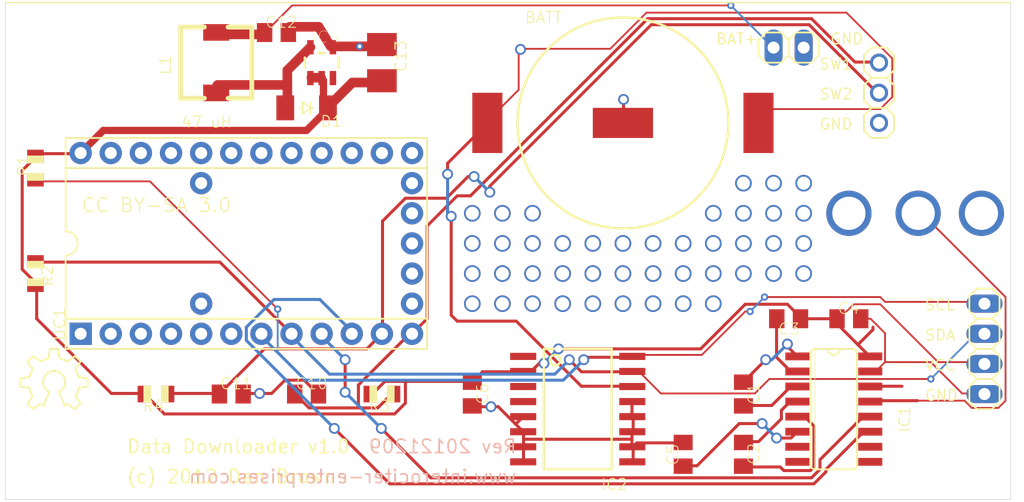
<source format=kicad_pcb>
(kicad_pcb (version 20211014) (generator pcbnew)
  (layers (0 "F.Cu" signal) (31 "B.Cu" signal) (34 "B.Paste" user) (35 "F.Paste" user) (36 "B.SilkS" user "B.Silkscreen") (37 "F.SilkS" user "F.Silkscreen") (38 "B.Mask" user) (39 "F.Mask" user) (44 "Edge.Cuts" user))
  (net 0 "")
  (net 1 "VCC")
  (net 2 "GND")
  (net 3 "N$3")
  (net 4 "N$4")
  (net 5 "N$5")
  (net 6 "N$6")
  (net 7 "N$7")
  (net 8 "N$9")
  (net 9 "N$10")
  (net 10 "N$11")
  (net 11 "N$12")
  (net 12 "N$8")
  (net 13 "BAT+")
  (net 14 "N$16")
  (net 15 "SW1")
  (net 16 "SW2")
  (net 17 "SCL")
  (net 18 "SDA")
  (net 19 "N$1")
  (net 20 "N$2")
  (net 21 "N$14")
  (net 22 "N$17")
  (net 23 "N$18")
  (net 24 "N$19")
  (net 25 "N$20")
  (net 26 "N$21")
  (net 27 "N$22")
  (net 28 "N$23")
  (net 29 "N$24")
  (net 30 "N$25")
  (net 31 "N$26")
  (net 32 "N$27")
  (net 33 "N$28")
  (net 34 "N$29")
  (net 35 "N$30")
  (net 36 "N$31")
  (net 37 "N$32")
  (net 38 "N$35")
  (net 39 "N$36")
  (net 40 "N$37")
  (net 41 "N$38")
  (net 42 "N$39")
  (net 43 "N$40")
  (net 44 "N$41")
  (net 45 "N$42")
  (net 46 "N$43")
  (net 47 "N$44")
  (net 48 "N$45")
  (net 49 "N$46")
  (net 50 "N$47")
  (net 51 "N$48")
  (net 52 "N$49")
  (net 53 "N$50")
  (net 54 "N$51")
  (net 55 "N$67")
  (net 56 "N$68")
  (net 57 "N$69")
  (net 58 "N$70")
  (net 59 "N$33")
  (net 60 "N$34")
  (net 61 "N$64")
  (net 62 "N$71")
  (footprint "UBGDownloader:R0805" (layer "F.Cu") (at 137.8711 117.0636 180)
    (fp_text reference "R3")
    (fp_text value "10k")
  )
  (footprint "UBGDownloader:C0805K" (layer "F.Cu") (at 172.1611 110.7136 180)
    (fp_text reference "C3")
    (fp_text value "1 uF")
  )
  (footprint "UBGDownloader:C0805K" (layer "F.Cu") (at 131.5211 117.0636)
    (fp_text reference "C10")
    (fp_text value "10 uF")
  )
  (footprint "UBGDownloader:SOD-123_MINI-SMA" (layer "F.Cu") (at 131.5211 92.9336 180)
    (fp_text reference "D1")
    (fp_text value "MBR0520LT1G")
  )
  (footprint "UBGDownloader:SO-16" (layer "F.Cu") (at 154.3811 118.3336 -90)
    (fp_text reference "IC2")
    (fp_text value "DS3231")
  )
  (footprint "UBGDownloader:C0805K" (layer "F.Cu") (at 128.9811 86.5836)
    (fp_text reference "C12")
    (fp_text value "10 uF")
  )
  (footprint "UBGDownloader:CDRH5D28R" (layer "F.Cu") (at 123.9011 89.1236)
    (fp_text reference "L1")
    (fp_text value "47 uH")
  )
  (footprint "UBGDownloader:1X04" (layer "F.Cu") (at 188.6711 113.2536 90)
    (fp_text reference "JP7" hide)
    (fp_text value "")
  )
  (footprint "UBGDownloader:1X02" (layer "F.Cu") (at 172.1611 87.8536)
    (fp_text reference "JP8" hide)
    (fp_text value "")
  )
  (footprint "UBGDownloader:R0805" (layer "F.Cu") (at 118.8211 117.0636 180)
    (fp_text reference "R4")
    (fp_text value "10k")
  )
  (footprint "UBGDownloader:R0805" (layer "F.Cu") (at 108.6611 98.0136 90)
    (fp_text reference "R1")
    (fp_text value "3.3k")
  )
  (footprint "UBGDownloader:STAND-OFF" (layer "F.Cu") (at 185.9611 90.5336)
    (fp_text reference "JP5" hide)
    (fp_text value "STAND-OFF" hide)
  )
  (footprint "UBGDownloader:BAT-HLD-001" (layer "F.Cu") (at 158.1911 94.2036 180)
    (fp_text reference "BATT")
    (fp_text value "BAT-HLD-001" hide)
  )
  (footprint "UBGDownloader:C0805K" (layer "F.Cu") (at 125.1711 117.0636)
    (fp_text reference "C11")
    (fp_text value "10 uF")
  )
  (footprint "UBGDownloader:C0805K" (layer "F.Cu") (at 145.4911 117.0636 -90)
    (fp_text reference "C6")
    (fp_text value "1 uF")
  )
  (footprint "UBGDownloader:OSHW_6X200_NOTEXT" (layer "F.Cu") (at 107.3911 118.3336)
    (fp_text reference "U$2" hide)
    (fp_text value "" hide)
  )
  (footprint "UBGDownloader:C0805K" (layer "F.Cu") (at 177.2411 110.7136)
    (fp_text reference "C4")
    (fp_text value "1 uF")
  )
  (footprint "UBGDownloader:C0805K" (layer "F.Cu") (at 163.2711 122.1436 90)
    (fp_text reference "C5")
    (fp_text value "1 uF")
  )
  (footprint "UBGDownloader:C0805K" (layer "F.Cu") (at 168.3511 117.0636 -90)
    (fp_text reference "C1")
    (fp_text value "1 uF")
  )
  (footprint "UBGDownloader:STAND-OFF" (layer "F.Cu") (at 111.0311 121.2836)
    (fp_text reference "JP3" hide)
    (fp_text value "STAND-OFF" hide)
  )
  (footprint "UBGDownloader:B_3528-21R" (layer "F.Cu") (at 137.8711 89.1236 -90)
    (fp_text reference "C13")
    (fp_text value "68 uF")
  )
  (footprint "UBGDownloader:R0805" (layer "F.Cu") (at 108.6611 106.9036 -90)
    (fp_text reference "R2")
    (fp_text value "3.3k")
  )
  (footprint "UBGDownloader:C0805K" (layer "F.Cu") (at 168.3511 122.1436 -90)
    (fp_text reference "C2")
    (fp_text value "1 uF")
  )
  (footprint "UBGDownloader:TEENSY" (layer "F.Cu") (at 126.4411 104.3636)
    (fp_text reference "UC1")
    (fp_text value "TEENSY")
  )
  (footprint "UBGDownloader:SOT23-5" (layer "F.Cu") (at 132.7911 89.1236)
    (fp_text reference "IC4")
    (fp_text value "")
  )
  (footprint "UBGDownloader:STAND-OFF" (layer "F.Cu") (at 185.9611 121.2836)
    (fp_text reference "JP4" hide)
    (fp_text value "STAND-OFF" hide)
  )
  (footprint "UBGDownloader:1X03" (layer "F.Cu") (at 179.7811 91.6636 -90)
    (fp_text reference "JP2" hide)
    (fp_text value "")
  )
  (footprint "UBGDownloader:SO16" (layer "F.Cu") (at 175.9711 118.3336 -90)
    (fp_text reference "IC1")
    (fp_text value "MAX3232CSE")
  )
  (footprint "UBGDownloader:STAND-OFF" (layer "F.Cu") (at 111.0311 90.5336)
    (fp_text reference "JP6" hide)
    (fp_text value "STAND-OFF" hide)
  )
  (footprint "UBGDownloader:35RAPC2AV" (layer "B.Cu") (at 189.9411 105.6336 180)
    (fp_text reference "U$3" hide)
    (fp_text value "35RAPC2AVDEFAULT" hide)
  )
  (gr_line (start 190.8811 84.0536) (end 106.1211 84.0536) (layer "F.SilkS") (width 0.12))
  (gr_line (start 106.1211 84.0536) (end 106.1211 125.9536) (layer "Edge.Cuts") (width 0.05))
  (gr_line (start 106.1211 125.9536) (end 190.8811 125.9536) (layer "Edge.Cuts") (width 0.05))
  (gr_line (start 190.8811 125.9536) (end 190.8811 84.0536) (layer "Edge.Cuts") (width 0.05))
  (gr_text "www.interociter-enterprises.com" (at 149.3011 124.6836) (layer "B.SilkS") (effects (font (size 1.1303 1.1303) (thickness 0.1397)) (justify left bottom mirror)))
  (gr_text "Rev 20121209" (at 149.3011 122.1436) (layer "B.SilkS") (effects (font (size 1.1303 1.1303) (thickness 0.1397)) (justify left bottom mirror)))
  (gr_text "BAT+" (at 169.6211 86.5836) (layer "F.SilkS") (effects (font (size 0.90424 0.90424) (thickness 0.11176)) (justify right top)))
  (gr_text "VCC" (at 183.5911 115.1586) (layer "F.SilkS") (effects (font (size 0.90424 0.90424) (thickness 0.11176)) (justify left bottom)))
  (gr_text "GND" (at 183.5911 117.6986) (layer "F.SilkS") (effects (font (size 0.90424 0.90424) (thickness 0.11176)) (justify left bottom)))
  (gr_text "SDA" (at 183.5911 112.6186) (layer "F.SilkS") (effects (font (size 0.90424 0.90424) (thickness 0.11176)) (justify left bottom)))
  (gr_text "SCL" (at 183.5911 110.0786) (layer "F.SilkS") (effects (font (size 0.90424 0.90424) (thickness 0.11176)) (justify left bottom)))
  (gr_text "Data Downloader v1.0" (at 116.2811 122.1436) (layer "F.SilkS") (effects (font (size 1.1303 1.1303) (thickness 0.1397)) (justify left bottom)))
  (gr_text "SW1" (at 174.7011 89.7586) (layer "F.SilkS") (effects (font (size 0.90424 0.90424) (thickness 0.11176)) (justify left bottom)))
  (gr_text "GND" (at 174.7011 94.8386) (layer "F.SilkS") (effects (font (size 0.90424 0.90424) (thickness 0.11176)) (justify left bottom)))
  (gr_text "SW2" (at 174.7011 92.2986) (layer "F.SilkS") (effects (font (size 0.90424 0.90424) (thickness 0.11176)) (justify left bottom)))
  (gr_text "(c) 2012 Dan Brown" (at 116.2811 124.6836) (layer "F.SilkS") (effects (font (size 1.1303 1.1303) (thickness 0.1397)) (justify left bottom)))
  (gr_text "GND" (at 178.5111 86.5836) (layer "F.SilkS") (effects (font (size 0.90424 0.90424) (thickness 0.11176)) (justify right top)))
  (segment (start 139.8523 117.8256) (end 139.8523 115.9968) (width 0.254) (layer "F.Cu") (net 1))
  (segment (start 135.3819 90.8) (end 137.8203 90.8) (width 0.8128) (layer "F.Cu") (net 1))
  (segment (start 149.8091 115.0824) (end 150.5203 115.0824) (width 0.254) (layer "F.Cu") (net 1))
  (segment (start 107.5435 106.548) (end 108.6611 107.6656) (width 0.254) (layer "F.Cu") (net 1))
  (segment (start 133.3211 92.8608) (end 133.6547 92.5272) (width 0.6096) (layer "F.Cu") (net 1))
  (segment (start 137.8203 90.8) (end 137.8711 90.6486) (width 0.1524) (layer "F.Cu") (net 1))
  (segment (start 176.2411 110.7136) (end 173.1611 110.7136) (width 0.254) (layer "F.Cu") (net 1))
  (segment (start 149.8091 115.0824) (end 149.7811 115.1586) (width 0.254) (layer "F.Cu") (net 1))
  (segment (start 108.6611 97.0992) (end 108.6611 97.0136) (width 0.254) (layer "F.Cu") (net 1))
  (segment (start 188.6203 114.3712) (end 188.6711 114.5236) (width 0.1524) (layer "F.Cu") (net 1))
  (segment (start 117.9067 117.1144) (end 117.8211 117.0636) (width 0.254) (layer "F.Cu") (net 1))
  (segment (start 179.8827 109.4944) (end 184.7595 114.3712) (width 0.1524) (layer "F.Cu") (net 1))
  (segment (start 133.1467 92.832) (end 133.3499 92.832) (width 0.6096) (layer "F.Cu") (net 1))
  (segment (start 173.1771 110.612) (end 173.1611 110.7136) (width 0.254) (layer "F.Cu") (net 1))
  (segment (start 108.6611 97.0992) (end 107.5435 98.2168) (width 0.254) (layer "F.Cu") (net 1))
  (segment (start 177.6475 109.4944) (end 179.8827 109.4944) (width 0.1524) (layer "F.Cu") (net 1))
  (segment (start 145.4403 115.9968) (end 139.8523 115.9968) (width 0.254) (layer "F.Cu") (net 1))
  (segment (start 168.5035 109.4944) (end 172.0595 109.4944) (width 0.254) (layer "F.Cu") (net 1))
  (segment (start 179.2731 111.628) (end 179.2731 111.4248) (width 0.254) (layer "F.Cu") (net 1))
  (segment (start 108.7627 110.7136) (end 115.0619 117.0128) (width 0.254) (layer "F.Cu") (net 1))
  (segment (start 108.7627 107.9704) (end 108.7627 110.7136) (width 0.254) (layer "F.Cu") (net 1))
  (segment (start 112.4203 96.7944) (end 112.4711 96.7436) (width 0.254) (layer "F.Cu") (net 1))
  (segment (start 178.0031 112.898) (end 178.9683 113.8632) (width 0.254) (layer "F.Cu") (net 1))
  (segment (start 139.8523 115.9968) (end 138.1251 115.9968) (width 0.254) (layer "F.Cu") (net 1))
  (segment (start 112.6235 96.6928) (end 112.6235 96.5912) (width 0.6096) (layer "F.Cu") (net 1))
  (segment (start 145.4403 115.9968) (end 145.4911 116.0636) (width 0.254) (layer "F.Cu") (net 1))
  (segment (start 132.9435 92.6288) (end 132.9435 90.5968) (width 0.6096) (layer "F.Cu") (net 1))
  (segment (start 175.9203 110.8152) (end 178.0031 112.898) (width 0.254) (layer "F.Cu") (net 1))
  (segment (start 150.5203 115.0824) (end 151.1299 114.4728) (width 0.254) (layer "F.Cu") (net 1))
  (segment (start 175.9203 110.8152) (end 176.2411 110.7136) (width 0.254) (layer "F.Cu") (net 1))
  (segment (start 145.5419 115.9968) (end 146.3547 115.184) (width 0.254) (layer "F.Cu") (net 1))
  (segment (start 131.9275 90.3936) (end 131.8411 90.4237) (width 0.1524) (layer "F.Cu") (net 1))
  (segment (start 115.0619 117.0128) (end 117.8051 117.0128) (width 0.254) (layer "F.Cu") (net 1))
  (segment (start 117.9067 117.1144) (end 119.5323 118.74) (width 0.254) (layer "F.Cu") (net 1))
  (segment (start 119.5323 118.74) (end 138.9379 118.74) (width 0.254) (layer "F.Cu") (net 1))
  (segment (start 132.9435 90.5968) (end 132.7911 90.4237) (width 0.1524) (layer "F.Cu") (net 1))
  (segment (start 138.9379 118.74) (end 139.8523 117.8256) (width 0.254) (layer "F.Cu") (net 1))
  (segment (start 117.8051 117.0128) (end 117.8211 117.0636) (width 0.254) (layer "F.Cu") (net 1))
  (segment (start 164.7443 113.2536) (end 168.5035 109.4944) (width 0.254) (layer "F.Cu") (net 1))
  (segment (start 178.9683 113.8632) (end 179.0445 113.8886) (width 0.254) (layer "F.Cu") (net 1))
  (segment (start 108.6611 107.6656) (end 108.6611 107.9036) (width 0.254) (layer "F.Cu") (net 1))
  (segment (start 145.5419 115.9968) (end 145.4911 116.0636) (width 0.254) (layer "F.Cu") (net 1))
  (segment (start 133.3211 93.5686) (end 133.3211 92.9336) (width 0.6096) (layer "F.Cu") (net 1))
  (segment (start 151.1299 114.4728) (end 151.5363 114.4728) (width 0.254) (layer "F.Cu") (net 1))
  (segment (start 176.4283 110.7136) (end 177.6475 109.4944) (width 0.1524) (layer "F.Cu") (net 1))
  (segment (start 176.4283 110.7136) (end 176.2411 110.7136) (width 0.1524) (layer "F.Cu") (net 1))
  (segment (start 146.3547 115.184) (end 149.7075 115.184) (width 0.254) (layer "F.Cu") (net 1))
  (segment (start 131.5211 94.8386) (end 132.7911 93.5686) (width 0.6096) (layer "F.Cu") (net 1))
  (segment (start 108.7627 96.9976) (end 108.9659 96.7944) (width 0.254) (layer "F.Cu") (net 1))
  (segment (start 132.7403 90.3936) (end 131.9275 90.3936) (width 0.8128) (layer "F.Cu") (net 1))
  (segment (start 137.1091 117.0128) (end 136.9059 117.0128) (width 0.254) (layer "F.Cu") (net 1))
  (segment (start 133.1467 92.832) (end 132.9435 92.6288) (width 0.1524) (layer "F.Cu") (net 1))
  (segment (start 107.5435 98.2168) (end 107.5435 106.548) (width 0.254) (layer "F.Cu") (net 1))
  (segment (start 132.7911 93.5686) (end 133.3211 93.5686) (width 0.6096) (layer "F.Cu") (net 1))
  (segment (start 152.7555 113.2536) (end 164.7443 113.2536) (width 0.254) (layer "F.Cu") (net 1))
  (segment (start 184.7595 114.3712) (end 188.6203 114.3712) (width 0.1524) (layer "F.Cu") (net 1))
  (segment (start 149.7075 115.184) (end 149.7811 115.1586) (width 0.254) (layer "F.Cu") (net 1))
  (segment (start 108.7627 96.9976) (end 108.6611 97.0136) (width 0.254) (layer "F.Cu") (net 1))
  (segment (start 138.1251 115.9968) (end 137.1091 117.0128) (width 0.254) (layer "F.Cu") (net 1))
  (segment (start 132.7403 90.3936) (end 132.7911 90.4237) (width 0.1524) (layer "F.Cu") (net 1))
  (segment (start 172.0595 109.4944) (end 173.1771 110.612) (width 0.254) (layer "F.Cu") (net 1))
  (segment (start 114.3761 94.8386) (end 131.5211 94.8386) (width 0.6096) (layer "F.Cu") (net 1))
  (segment (start 133.3499 92.832) (end 133.6547 92.5272) (width 0.8128) (layer "F.Cu") (net 1))
  (segment (start 133.6547 92.5272) (end 135.3819 90.8) (width 0.8128) (layer "F.Cu") (net 1))
  (segment (start 108.7627 107.9704) (end 108.6611 107.9036) (width 0.254) (layer "F.Cu") (net 1))
  (segment (start 133.3211 92.9336) (end 133.3211 92.8608) (width 0.6096) (layer "F.Cu") (net 1))
  (segment (start 108.9659 96.7944) (end 112.4203 96.7944) (width 0.254) (layer "F.Cu") (net 1))
  (segment (start 136.9059 117.0128) (end 136.8711 117.0636) (width 0.254) (layer "F.Cu") (net 1))
  (segment (start 112.6235 96.5912) (end 114.3761 94.8386) (width 0.6096) (layer "F.Cu") (net 1))
  (segment (start 178.0031 112.898) (end 179.2731 111.628) (width 0.254) (layer "F.Cu") (net 1))
  (segment (start 112.6235 96.6928) (end 112.4711 96.7436) (width 0.1524) (layer "F.Cu") (net 1))
  (via (at 151.5363 114.4728) (size 0.9144) (drill 0.6096) (layers "F.Cu" "B.Cu") (net 1))
  (via (at 152.7555 113.2536) (size 0.9144) (drill 0.6096) (layers "F.Cu" "B.Cu") (net 1))
  (segment (start 151.5363 114.4728) (end 152.7555 113.2536) (width 0.254) (layer "B.Cu") (net 1))
  (segment (start 158.9531 120.3656) (end 158.9811 120.2386) (width 0.254) (layer "F.Cu") (net 2))
  (segment (start 188.6203 117.0128) (end 186.7915 117.0128) (width 0.1524) (layer "F.Cu") (net 2))
  (segment (start 149.1487 119.6036) (end 147.6755 118.1304) (width 0.254) (layer "F.Cu") (net 2))
  (segment (start 149.8091 122.7024) (end 149.7811 122.7786) (width 0.254) (layer "F.Cu") (net 2))
  (segment (start 137.8203 87.752) (end 135.9915 87.752) (width 0.8128) (layer "F.Cu") (net 2))
  (segment (start 149.8091 120.8736) (end 149.8091 121.4832) (width 0.254) (layer "F.Cu") (net 2))
  (segment (start 132.5371 86.101) (end 130.0987 86.101) (width 0.8128) (layer "F.Cu") (net 2))
  (segment (start 133.7563 87.752) (end 133.7411 87.8235) (width 0.1524) (layer "F.Cu") (net 2))
  (segment (start 147.0659 118.1304) (end 145.5419 118.1304) (width 0.254) (layer "F.Cu") (net 2))
  (segment (start 149.8091 121.5848) (end 149.7811 121.5086) (width 0.254) (layer "F.Cu") (net 2))
  (segment (start 159.0547 121.4832) (end 159.3595 121.1784) (width 0.254) (layer "F.Cu") (net 2))
  (segment (start 132.4355 117.0128) (end 132.5211 117.0636) (width 0.254) (layer "F.Cu") (net 2))
  (segment (start 149.1487 119.6036) (end 149.7075 119.0448) (width 0.254) (layer "F.Cu") (net 2))
  (segment (start 127.5587 117.0128) (end 126.2379 117.0128) (width 0.254) (layer "F.Cu") (net 2))
  (segment (start 188.6203 117.0128) (end 188.6711 117.0636) (width 0.1524) (layer "F.Cu") (net 2))
  (segment (start 132.4355 117.0128) (end 131.3179 115.8952) (width 0.254) (layer "F.Cu") (net 2))
  (segment (start 133.5531 87.752) (end 132.5371 86.101) (width 0.8128) (layer "F.Cu") (net 2))
  (segment (start 133.5531 87.752) (end 133.7411 87.8235) (width 0.1524) (layer "F.Cu") (net 2))
  (segment (start 158.9531 121.3816) (end 158.9811 121.5086) (width 0.254) (layer "F.Cu") (net 2))
  (segment (start 159.3595 121.1784) (end 163.2203 121.1784) (width 0.254) (layer "F.Cu") (net 2))
  (segment (start 179.6795 114.9808) (end 180.2891 114.3712) (width 0.1524) (layer "F.Cu") (net 2))
  (segment (start 158.9531 118.8416) (end 158.9531 117.724) (width 0.254) (layer "F.Cu") (net 2))
  (segment (start 158.2419 94.1528) (end 158.1911 94.2036) (width 0.254) (layer "F.Cu") (net 2))
  (segment (start 147.6755 118.1304) (end 147.0659 118.1304) (width 0.254) (layer "F.Cu") (net 2))
  (segment (start 179.0699 114.9808) (end 179.0445 115.1586) (width 0.1524) (layer "F.Cu") (net 2))
  (segment (start 159.0547 121.5848) (end 159.0547 122.7024) (width 0.254) (layer "F.Cu") (net 2))
  (segment (start 179.0699 114.9808) (end 179.6795 114.9808) (width 0.1524) (layer "F.Cu") (net 2))
  (segment (start 149.8091 120.3656) (end 149.7811 120.2386) (width 0.254) (layer "F.Cu") (net 2))
  (segment (start 186.7915 117.0128) (end 184.1499 114.3712) (width 0.1524) (layer "F.Cu") (net 2))
  (segment (start 158.9531 120.8736) (end 158.9531 120.3656) (width 0.254) (layer "F.Cu") (net 2))
  (segment (start 158.9531 121.3816) (end 158.9531 120.8736) (width 0.254) (layer "F.Cu") (net 2))
  (segment (start 129.6923 115.8952) (end 128.5747 117.0128) (width 0.254) (layer "F.Cu") (net 2))
  (segment (start 149.8091 121.4832) (end 149.7811 121.5086) (width 0.254) (layer "F.Cu") (net 2))
  (segment (start 137.8203 87.752) (end 137.8711 87.5986) (width 0.1524) (layer "F.Cu") (net 2))
  (segment (start 149.8091 120.3656) (end 149.8091 120.8736) (width 0.254) (layer "F.Cu") (net 2))
  (segment (start 159.0547 119.0448) (end 159.0547 120.1624) (width 0.254) (layer "F.Cu") (net 2))
  (segment (start 149.7075 119.0448) (end 149.7811 118.9686) (width 0.254) (layer "F.Cu") (net 2))
  (segment (start 149.7075 120.1624) (end 149.1487 119.6036) (width 0.254) (layer "F.Cu") (net 2))
  (segment (start 179.0699 110.7136) (end 178.2411 110.7136) (width 0.1524) (layer "F.Cu") (net 2))
  (segment (start 145.5419 118.1304) (end 145.4911 118.0636) (width 0.254) (layer "F.Cu") (net 2))
  (segment (start 149.7075 120.1624) (end 149.7811 120.2386) (width 0.254) (layer "F.Cu") (net 2))
  (segment (start 130.0987 86.101) (end 129.9811 86.5836) (width 0.1524) (layer "F.Cu") (net 2))
  (segment (start 158.9531 118.8416) (end 158.9811 118.9686) (width 0.254) (layer "F.Cu") (net 2))
  (segment (start 184.1499 114.3712) (end 180.2891 114.3712) (width 0.1524) (layer "F.Cu") (net 2))
  (segment (start 163.2203 121.1784) (end 163.2711 121.1436) (width 0.254) (layer "F.Cu") (net 2))
  (segment (start 128.5747 117.0128) (end 127.5587 117.0128) (width 0.254) (layer "F.Cu") (net 2))
  (segment (start 180.2891 111.9328) (end 179.0699 110.7136) (width 0.1524) (layer "F.Cu") (net 2))
  (segment (start 159.0547 120.1624) (end 158.9811 120.2386) (width 0.254) (layer "F.Cu") (net 2))
  (segment (start 135.9915 87.752) (end 133.7563 87.752) (width 0.8128) (layer "F.Cu") (net 2))
  (segment (start 158.9531 117.724) (end 158.9811 117.6986) (width 0.254) (layer "F.Cu") (net 2))
  (segment (start 159.0547 121.5848) (end 158.9811 121.5086) (width 0.254) (layer "F.Cu") (net 2))
  (segment (start 131.3179 115.8952) (end 129.6923 115.8952) (width 0.254) (layer "F.Cu") (net 2))
  (segment (start 159.0547 122.7024) (end 158.9811 122.7786) (width 0.254) (layer "F.Cu") (net 2))
  (segment (start 159.0547 119.0448) (end 158.9811 118.9686) (width 0.254) (layer "F.Cu") (net 2))
  (segment (start 158.2419 92.2224) (end 158.2419 94.1528) (width 0.254) (layer "F.Cu") (net 2))
  (segment (start 126.2379 117.0128) (end 126.1711 117.0636) (width 0.254) (layer "F.Cu") (net 2))
  (segment (start 180.2891 114.3712) (end 180.2891 111.9328) (width 0.1524) (layer "F.Cu") (net 2))
  (segment (start 159.0547 121.4832) (end 158.9811 121.5086) (width 0.254) (layer "F.Cu") (net 2))
  (segment (start 149.8091 121.5848) (end 149.8091 122.7024) (width 0.254) (layer "F.Cu") (net 2))
  (segment (start 158.9531 120.8736) (end 149.8091 120.8736) (width 0.254) (layer "F.Cu") (net 2))
  (via (at 158.2419 92.2224) (size 0.9144) (drill 0.6096) (layers "F.Cu" "B.Cu") (net 2))
  (via (at 127.5587 117.0128) (size 0.9144) (drill 0.6096) (layers "F.Cu" "B.Cu") (net 2))
  (via (at 135.9915 87.752) (size 0.6096) (drill 0.3048) (layers "F.Cu" "B.Cu") (net 2))
  (via (at 147.0659 118.1304) (size 0.9144) (drill 0.6096) (layers "F.Cu" "B.Cu") (net 2))
  (segment (start 169.6211 94.2544) (end 169.6211 94.2036) (width 0.254) (layer "F.Cu") (net 3))
  (segment (start 143.7131 110.4088) (end 144.2211 110.9168) (width 0.254) (layer "F.Cu") (net 3))
  (segment (start 158.9531 116.4032) (end 158.9811 116.4286) (width 0.254) (layer "F.Cu") (net 3))
  (segment (start 143.7131 102.0776) (end 143.7131 110.4088) (width 0.254) (layer "F.Cu") (net 3))
  (segment (start 146.7611 94.2544) (end 143.4083 97.6072) (width 0.254) (layer "F.Cu") (net 3))
  (segment (start 149.6059 87.9552) (end 149.5551 88.006) (width 0.1524) (layer "F.Cu") (net 3))
  (segment (start 149.4027 91.4096) (end 149.4027 88.1584) (width 0.1524) (layer "F.Cu") (net 3))
  (segment (start 160.1723 84.9072) (end 157.1243 87.9552) (width 0.1524) (layer "F.Cu") (net 3))
  (segment (start 169.7227 94.0512) (end 169.6211 94.2036) (width 0.1524) (layer "F.Cu") (net 3))
  (segment (start 149.4027 88.1584) (end 149.5551 88.006) (width 0.1524) (layer "F.Cu") (net 3))
  (segment (start 180.8987 92.0192) (end 180.8987 88.768) (width 0.1524) (layer "F.Cu") (net 3))
  (segment (start 180.8987 88.768) (end 177.0379 84.9072) (width 0.1524) (layer "F.Cu") (net 3))
  (segment (start 144.2211 110.9168) (end 149.1995 110.9168) (width 0.254) (layer "F.Cu") (net 3))
  (segment (start 169.7227 94.0512) (end 170.7387 93.0352) (width 0.1524) (layer "F.Cu") (net 3))
  (segment (start 179.8827 93.0352) (end 180.8987 92.0192) (width 0.1524) (layer "F.Cu") (net 3))
  (segment (start 149.1995 110.9168) (end 154.6859 116.4032) (width 0.254) (layer "F.Cu") (net 3))
  (segment (start 170.7387 93.0352) (end 179.8827 93.0352) (width 0.1524) (layer "F.Cu") (net 3))
  (segment (start 143.4083 97.6072) (end 143.4083 98.5216) (width 0.254) (layer "F.Cu") (net 3))
  (segment (start 146.7611 94.0512) (end 149.4027 91.4096) (width 0.1524) (layer "F.Cu") (net 3))
  (segment (start 157.1243 87.9552) (end 149.6059 87.9552) (width 0.1524) (layer "F.Cu") (net 3))
  (segment (start 146.7611 94.0512) (end 146.7611 94.2036) (width 0.1524) (layer "F.Cu") (net 3))
  (segment (start 177.0379 84.9072) (end 160.1723 84.9072) (width 0.1524) (layer "F.Cu") (net 3))
  (segment (start 154.6859 116.4032) (end 158.9531 116.4032) (width 0.254) (layer "F.Cu") (net 3))
  (segment (start 146.7611 94.2544) (end 146.7611 94.2036) (width 0.254) (layer "F.Cu") (net 3))
  (via (at 143.4083 98.5216) (size 0.9144) (drill 0.6096) (layers "F.Cu" "B.Cu") (net 3))
  (via (at 149.5551 88.006) (size 0.9144) (drill 0.6096) (layers "F.Cu" "B.Cu") (net 3))
  (via (at 143.7131 102.0776) (size 0.9144) (drill 0.6096) (layers "F.Cu" "B.Cu") (net 3))
  (segment (start 143.5099 98.5216) (end 143.4083 98.5216) (width 0.254) (layer "B.Cu") (net 3))
  (segment (start 143.4083 98.5216) (end 143.4083 101.7728) (width 0.254) (layer "B.Cu") (net 3))
  (segment (start 143.4083 101.7728) (end 143.7131 102.0776) (width 0.254) (layer "B.Cu") (net 3))
  (segment (start 170.7387 118.0288) (end 168.4019 118.0288) (width 0.254) (layer "F.Cu") (net 4))
  (segment (start 172.2627 116.5048) (end 170.7387 118.0288) (width 0.254) (layer "F.Cu") (net 4))
  (segment (start 172.8723 116.5048) (end 172.8977 116.4286) (width 0.254) (layer "F.Cu") (net 4))
  (segment (start 168.4019 118.0288) (end 168.3511 118.0636) (width 0.254) (layer "F.Cu") (net 4))
  (segment (start 172.8723 116.5048) (end 172.2627 116.5048) (width 0.254) (layer "F.Cu") (net 4))
  (segment (start 172.8977 113.8886) (end 172.0595 113.0504) (width 0.254) (layer "F.Cu") (net 5))
  (segment (start 172.0595 113.0504) (end 172.0595 112.8472) (width 0.254) (layer "F.Cu") (net 5))
  (segment (start 170.2307 114.168) (end 168.4019 115.9968) (width 0.254) (layer "F.Cu") (net 5))
  (segment (start 168.4019 115.9968) (end 168.3511 116.0636) (width 0.254) (layer "F.Cu") (net 5))
  (via (at 172.0595 112.8472) (size 0.9144) (drill 0.6096) (layers "F.Cu" "B.Cu") (net 5))
  (via (at 170.2307 114.168) (size 0.9144) (drill 0.6096) (layers "F.Cu" "B.Cu") (net 5))
  (segment (start 172.0595 112.8472) (end 170.7387 114.168) (width 0.254) (layer "B.Cu") (net 5))
  (segment (start 170.7387 114.168) (end 170.2307 114.168) (width 0.254) (layer "B.Cu") (net 5))
  (segment (start 172.2627 117.724) (end 171.5515 118.4352) (width 0.254) (layer "F.Cu") (net 6))
  (segment (start 172.8723 117.724) (end 172.2627 117.724) (width 0.254) (layer "F.Cu") (net 6))
  (segment (start 171.5515 119.1464) (end 169.6211 121.0768) (width 0.254) (layer "F.Cu") (net 6))
  (segment (start 169.6211 121.0768) (end 168.4019 121.0768) (width 0.254) (layer "F.Cu") (net 6))
  (segment (start 171.5515 118.4352) (end 171.5515 119.1464) (width 0.254) (layer "F.Cu") (net 6))
  (segment (start 168.4019 121.0768) (end 168.3511 121.1436) (width 0.254) (layer "F.Cu") (net 6))
  (segment (start 172.8723 117.724) (end 172.8977 117.6986) (width 0.254) (layer "F.Cu") (net 6))
  (segment (start 171.4499 123.2104) (end 168.4019 123.2104) (width 0.254) (layer "F.Cu") (net 7))
  (segment (start 172.9739 119.0448) (end 172.8977 118.9686) (width 0.254) (layer "F.Cu") (net 7))
  (segment (start 168.4019 123.2104) (end 168.3511 123.1436) (width 0.254) (layer "F.Cu") (net 7))
  (segment (start 173.5835 119.0448) (end 174.2947 119.756) (width 0.254) (layer "F.Cu") (net 7))
  (segment (start 173.9899 123.5152) (end 171.7547 123.5152) (width 0.254) (layer "F.Cu") (net 7))
  (segment (start 174.2947 119.756) (end 174.2947 123.2104) (width 0.254) (layer "F.Cu") (net 7))
  (segment (start 172.9739 119.0448) (end 173.5835 119.0448) (width 0.254) (layer "F.Cu") (net 7))
  (segment (start 174.2947 123.2104) (end 173.9899 123.5152) (width 0.254) (layer "F.Cu") (net 7))
  (segment (start 171.7547 123.5152) (end 171.4499 123.2104) (width 0.254) (layer "F.Cu") (net 7))
  (segment (start 167.9955 119.5528) (end 164.4395 123.1088) (width 0.254) (layer "F.Cu") (net 8))
  (segment (start 172.3643 120.772) (end 171.1451 120.772) (width 0.254) (layer "F.Cu") (net 8))
  (segment (start 163.3219 123.1088) (end 163.2711 123.1436) (width 0.254) (layer "F.Cu") (net 8))
  (segment (start 172.8977 120.2386) (end 172.3643 120.772) (width 0.254) (layer "F.Cu") (net 8))
  (segment (start 164.4395 123.1088) (end 163.3219 123.1088) (width 0.254) (layer "F.Cu") (net 8))
  (segment (start 169.9259 119.5528) (end 167.9955 119.5528) (width 0.254) (layer "F.Cu") (net 8))
  (via (at 169.9259 119.5528) (size 0.9144) (drill 0.6096) (layers "F.Cu" "B.Cu") (net 8))
  (via (at 171.1451 120.772) (size 0.9144) (drill 0.6096) (layers "F.Cu" "B.Cu") (net 8))
  (segment (start 171.1451 120.772) (end 169.9259 119.5528) (width 0.254) (layer "B.Cu") (net 8))
  (segment (start 190.4491 117.6224) (end 189.8395 118.232) (width 0.1524) (layer "F.Cu") (net 9))
  (segment (start 187.6043 118.232) (end 186.9947 117.6224) (width 0.1524) (layer "F.Cu") (net 9))
  (segment (start 183.5403 101.976) (end 190.4491 108.8848) (width 0.1524) (layer "F.Cu") (net 9))
  (segment (start 179.0699 117.6224) (end 179.0445 117.6986) (width 0.254) (layer "F.Cu") (net 9))
  (segment (start 183.1339 101.976) (end 183.0831 101.8236) (width 0.1524) (layer "F.Cu") (net 9))
  (segment (start 189.8395 118.232) (end 187.6043 118.232) (width 0.1524) (layer "F.Cu") (net 9))
  (segment (start 183.1339 101.976) (end 183.5403 101.976) (width 0.1524) (layer "F.Cu") (net 9))
  (segment (start 183.0323 117.6224) (end 179.0699 117.6224) (width 0.254) (layer "F.Cu") (net 9))
  (segment (start 190.4491 108.8848) (end 190.4491 117.6224) (width 0.1524) (layer "F.Cu") (net 9))
  (segment (start 186.9947 117.6224) (end 183.0323 117.6224) (width 0.1524) (layer "F.Cu") (net 9))
  (segment (start 174.2947 124.6328) (end 175.3107 123.6168) (width 0.254) (layer "F.Cu") (net 10))
  (segment (start 178.4603 120.264) (end 178.9683 120.264) (width 0.254) (layer "F.Cu") (net 10))
  (segment (start 138.5315 124.6328) (end 174.2947 124.6328) (width 0.254) (layer "F.Cu") (net 10))
  (segment (start 133.8579 119.9592) (end 138.5315 124.6328) (width 0.254) (layer "F.Cu") (net 10))
  (segment (start 175.3107 123.6168) (end 175.3107 123.4136) (width 0.254) (layer "F.Cu") (net 10))
  (segment (start 178.9683 120.264) (end 179.0445 120.2386) (width 0.254) (layer "F.Cu") (net 10))
  (segment (start 175.3107 123.4136) (end 178.4603 120.264) (width 0.254) (layer "F.Cu") (net 10))
  (via (at 133.8579 119.9592) (size 0.9144) (drill 0.6096) (layers "F.Cu" "B.Cu") (net 10))
  (segment (start 126.4411 111.4248) (end 126.4411 112.5424) (width 0.254) (layer "B.Cu") (net 10))
  (segment (start 126.4411 112.5424) (end 133.8579 119.9592) (width 0.254) (layer "B.Cu") (net 10))
  (segment (start 135.2803 111.9328) (end 135.2803 111.7296) (width 0.254) (layer "B.Cu") (net 10))
  (segment (start 135.2803 111.7296) (end 132.6387 109.088) (width 0.254) (layer "B.Cu") (net 10))
  (segment (start 132.6387 109.088) (end 128.7779 109.088) (width 0.254) (layer "B.Cu") (net 10))
  (segment (start 135.2803 111.9328) (end 135.3311 111.9836) (width 0.254) (layer "B.Cu") (net 10))
  (segment (start 128.7779 109.088) (end 126.4411 111.4248) (width 0.254) (layer "B.Cu") (net 10))
  (segment (start 174.8027 123.4136) (end 174.8027 122.6008) (width 0.254) (layer "F.Cu") (net 11))
  (segment (start 141.9859 124.1248) (end 174.0915 124.1248) (width 0.254) (layer "F.Cu") (net 11))
  (segment (start 134.7723 114.168) (end 134.7723 116.9112) (width 0.254) (layer "F.Cu") (net 11))
  (segment (start 174.0915 124.1248) (end 174.8027 123.4136) (width 0.254) (layer "F.Cu") (net 11))
  (segment (start 137.8203 119.9592) (end 141.9859 124.1248) (width 0.254) (layer "F.Cu") (net 11))
  (segment (start 178.3587 119.0448) (end 178.9683 119.0448) (width 0.254) (layer "F.Cu") (net 11))
  (segment (start 174.8027 122.6008) (end 178.3587 119.0448) (width 0.254) (layer "F.Cu") (net 11))
  (segment (start 178.9683 119.0448) (end 179.0445 118.9686) (width 0.254) (layer "F.Cu") (net 11))
  (via (at 137.8203 119.9592) (size 0.9144) (drill 0.6096) (layers "F.Cu" "B.Cu") (net 11))
  (via (at 134.7723 114.168) (size 0.9144) (drill 0.6096) (layers "F.Cu" "B.Cu") (net 11))
  (via (at 134.7723 116.9112) (size 0.9144) (drill 0.6096) (layers "F.Cu" "B.Cu") (net 11))
  (segment (start 132.8419 112.0344) (end 132.8419 112.2376) (width 0.254) (layer "B.Cu") (net 11))
  (segment (start 134.7723 116.9112) (end 137.8203 119.9592) (width 0.254) (layer "B.Cu") (net 11))
  (segment (start 132.8419 112.0344) (end 132.7911 111.9836) (width 0.254) (layer "B.Cu") (net 11))
  (segment (start 132.8419 112.2376) (end 134.7723 114.168) (width 0.254) (layer "B.Cu") (net 11))
  (segment (start 171.1451 113.9648) (end 171.1451 110.7136) (width 0.254) (layer "F.Cu") (net 12))
  (segment (start 172.8723 115.0824) (end 172.2627 115.0824) (width 0.254) (layer "F.Cu") (net 12))
  (segment (start 172.8723 115.0824) (end 172.8977 115.1586) (width 0.254) (layer "F.Cu") (net 12))
  (segment (start 172.2627 115.0824) (end 171.1451 113.9648) (width 0.254) (layer "F.Cu") (net 12))
  (segment (start 171.1451 110.7136) (end 171.1611 110.7136) (width 0.254) (layer "F.Cu") (net 12))
  (segment (start 124.4091 86.736) (end 123.9011 86.736) (width 0.6096) (layer "F.Cu") (net 13))
  (segment (start 124.4091 86.736) (end 127.8635 86.736) (width 0.8128) (layer "F.Cu") (net 13))
  (segment (start 124.0027 87.1424) (end 124.4091 86.736) (width 0.1524) (layer "F.Cu") (net 13))
  (segment (start 128.0667 86.5328) (end 130.3019 84.2976) (width 0.1524) (layer "F.Cu") (net 13))
  (segment (start 128.0667 86.5328) (end 127.9811 86.5836) (width 0.1524) (layer "F.Cu") (net 13))
  (segment (start 130.3019 84.2976) (end 167.2843 84.2976) (width 0.1524) (layer "F.Cu") (net 13))
  (segment (start 123.9011 86.736) (end 123.9011 86.5736) (width 0.6096) (layer "F.Cu") (net 13))
  (segment (start 127.8635 86.736) (end 127.9811 86.5836) (width 0.1524) (layer "F.Cu") (net 13))
  (via (at 167.2843 84.2976) (size 0.6096) (drill 0.3048) (layers "F.Cu" "B.Cu") (net 13))
  (segment (start 170.7387 87.752) (end 170.8911 87.8536) (width 0.1524) (layer "B.Cu") (net 13))
  (segment (start 167.2843 84.2976) (end 170.7387 87.752) (width 0.1524) (layer "B.Cu") (net 13))
  (segment (start 179.0699 116.4032) (end 179.0445 116.4286) (width 0.254) (layer "F.Cu") (net 14))
  (segment (start 181.7115 116.4032) (end 179.0699 116.4032) (width 0.254) (layer "F.Cu") (net 14))
  (segment (start 138.6331 117.1144) (end 138.8363 117.1144) (width 0.254) (layer "F.Cu") (net 15))
  (segment (start 177.7491 89.0728) (end 179.7811 89.0728) (width 0.254) (layer "F.Cu") (net 15))
  (segment (start 179.7811 89.0728) (end 179.7811 89.1236) (width 0.254) (layer "F.Cu") (net 15))
  (segment (start 140.1571 112.0344) (end 135.8899 116.3016) (width 0.254) (layer "F.Cu") (net 15))
  (segment (start 135.8899 116.3016) (end 135.8899 118.232) (width 0.254) (layer "F.Cu") (net 15))
  (segment (start 130.6067 117.1144) (end 131.7243 118.232) (width 0.254) (layer "F.Cu") (net 15))
  (segment (start 140.3603 112.0344) (end 140.1571 112.0344) (width 0.254) (layer "F.Cu") (net 15))
  (segment (start 130.6067 117.1144) (end 130.5211 117.0636) (width 0.254) (layer "F.Cu") (net 15))
  (segment (start 145.3387 100.3504) (end 160.2739 85.4152) (width 0.254) (layer "F.Cu") (net 15))
  (segment (start 137.5155 118.232) (end 138.6331 117.1144) (width 0.254) (layer "F.Cu") (net 15))
  (segment (start 141.6811 110.7136) (end 141.6811 102.8904) (width 0.254) (layer "F.Cu") (net 15))
  (segment (start 131.7243 118.232) (end 135.8899 118.232) (width 0.254) (layer "F.Cu") (net 15))
  (segment (start 138.8363 117.1144) (end 138.8711 117.0636) (width 0.254) (layer "F.Cu") (net 15))
  (segment (start 140.3603 112.0344) (end 140.4111 111.9836) (width 0.254) (layer "F.Cu") (net 15))
  (segment (start 141.6811 102.8904) (end 144.2211 100.3504) (width 0.254) (layer "F.Cu") (net 15))
  (segment (start 174.0915 85.4152) (end 177.7491 89.0728) (width 0.254) (layer "F.Cu") (net 15))
  (segment (start 160.2739 85.4152) (end 174.0915 85.4152) (width 0.254) (layer "F.Cu") (net 15))
  (segment (start 144.2211 100.3504) (end 145.3387 100.3504) (width 0.254) (layer "F.Cu") (net 15))
  (segment (start 140.4111 111.9836) (end 141.6811 110.7136) (width 0.254) (layer "F.Cu") (net 15))
  (segment (start 135.8899 118.232) (end 137.5155 118.232) (width 0.254) (layer "F.Cu") (net 15))
  (segment (start 127.9651 113.2536) (end 124.2059 117.0128) (width 0.254) (layer "F.Cu") (net 16))
  (segment (start 136.6011 113.2536) (end 127.9651 113.2536) (width 0.254) (layer "F.Cu") (net 16))
  (segment (start 137.8711 111.9836) (end 136.6011 113.2536) (width 0.254) (layer "F.Cu") (net 16))
  (segment (start 137.9219 102.484) (end 139.8523 100.5536) (width 0.254) (layer "F.Cu") (net 16))
  (segment (start 146.9643 99.5376) (end 160.5787 85.9232) (width 0.254) (layer "F.Cu") (net 16))
  (segment (start 146.9643 100.0456) (end 146.9643 99.5376) (width 0.254) (layer "F.Cu") (net 16))
  (segment (start 137.9219 111.9328) (end 137.9219 102.484) (width 0.254) (layer "F.Cu") (net 16))
  (segment (start 145.1355 98.7248) (end 145.6435 98.7248) (width 0.254) (layer "F.Cu") (net 16))
  (segment (start 119.8371 117.0128) (end 119.8211 117.0636) (width 0.254) (layer "F.Cu") (net 16))
  (segment (start 173.8883 85.9232) (end 179.5779 91.6128) (width 0.254) (layer "F.Cu") (net 16))
  (segment (start 160.5787 85.9232) (end 173.8883 85.9232) (width 0.254) (layer "F.Cu") (net 16))
  (segment (start 179.7811 91.6128) (end 179.7811 91.6636) (width 0.254) (layer "F.Cu") (net 16))
  (segment (start 179.5779 91.6128) (end 179.7811 91.6128) (width 0.254) (layer "F.Cu") (net 16))
  (segment (start 143.3067 100.5536) (end 145.1355 98.7248) (width 0.254) (layer "F.Cu") (net 16))
  (segment (start 124.1043 117.0128) (end 119.8371 117.0128) (width 0.254) (layer "F.Cu") (net 16))
  (segment (start 124.2059 117.0128) (end 124.1711 117.0636) (width 0.254) (layer "F.Cu") (net 16))
  (segment (start 139.8523 100.5536) (end 143.3067 100.5536) (width 0.254) (layer "F.Cu") (net 16))
  (segment (start 124.1043 117.0128) (end 124.1711 117.0636) (width 0.254) (layer "F.Cu") (net 16))
  (segment (start 137.9219 111.9328) (end 137.8711 111.9836) (width 0.254) (layer "F.Cu") (net 16))
  (via (at 146.9643 100.0456) (size 0.9144) (drill 0.6096) (layers "F.Cu" "B.Cu") (net 16))
  (via (at 145.6435 98.7248) (size 0.9144) (drill 0.6096) (layers "F.Cu" "B.Cu") (net 16))
  (segment (start 145.6435 98.7248) (end 146.9643 100.0456) (width 0.254) (layer "B.Cu") (net 16))
  (segment (start 154.8891 114.168) (end 155.0923 113.9648) (width 0.254) (layer "F.Cu") (net 17))
  (segment (start 180.2891 109.2912) (end 188.6203 109.2912) (width 0.1524) (layer "F.Cu") (net 17))
  (segment (start 159.1563 113.7616) (end 164.8459 113.7616) (width 0.1524) (layer "F.Cu") (net 17))
  (segment (start 164.8459 113.7616) (end 168.5035 110.104) (width 0.1524) (layer "F.Cu") (net 17))
  (segment (start 168.5035 110.104) (end 168.9099 110.104) (width 0.1524) (layer "F.Cu") (net 17))
  (segment (start 159.1563 113.7616) (end 158.9811 113.8886) (width 0.1524) (layer "F.Cu") (net 17))
  (segment (start 108.7627 99.1312) (end 108.6611 99.0136) (width 0.1524) (layer "F.Cu") (net 17))
  (segment (start 158.9531 113.9648) (end 158.9811 113.8886) (width 0.254) (layer "F.Cu") (net 17))
  (segment (start 129.0827 109.9008) (end 118.3131 99.1312) (width 0.1524) (layer "F.Cu") (net 17))
  (segment (start 118.3131 99.1312) (end 108.7627 99.1312) (width 0.1524) (layer "F.Cu") (net 17))
  (segment (start 179.8827 108.8848) (end 180.2891 109.2912) (width 0.1524) (layer "F.Cu") (net 17))
  (segment (start 170.1291 108.8848) (end 179.8827 108.8848) (width 0.1524) (layer "F.Cu") (net 17))
  (segment (start 155.0923 113.9648) (end 158.9531 113.9648) (width 0.254) (layer "F.Cu") (net 17))
  (segment (start 188.6203 109.2912) (end 188.6711 109.4436) (width 0.1524) (layer "F.Cu") (net 17))
  (via (at 154.8891 114.168) (size 0.9144) (drill 0.6096) (layers "F.Cu" "B.Cu") (net 17))
  (via (at 170.1291 108.8848) (size 0.6096) (drill 0.3048) (layers "F.Cu" "B.Cu") (net 17))
  (via (at 168.9099 110.104) (size 0.6096) (drill 0.3048) (layers "F.Cu" "B.Cu") (net 17))
  (via (at 129.0827 109.9008) (size 0.6096) (drill 0.3048) (layers "F.Cu" "B.Cu") (net 17))
  (segment (start 127.7619 112.0344) (end 127.7619 112.2376) (width 0.254) (layer "B.Cu") (net 17))
  (segment (start 129.0827 113.5584) (end 129.0827 109.9008) (width 0.1524) (layer "B.Cu") (net 17))
  (segment (start 153.1619 115.8952) (end 154.8891 114.168) (width 0.254) (layer "B.Cu") (net 17))
  (segment (start 168.9099 110.104) (end 170.1291 108.8848) (width 0.1524) (layer "B.Cu") (net 17))
  (segment (start 131.4195 115.8952) (end 153.1619 115.8952) (width 0.254) (layer "B.Cu") (net 17))
  (segment (start 129.0827 113.5584) (end 131.4195 115.8952) (width 0.254) (layer "B.Cu") (net 17))
  (segment (start 127.7619 112.0344) (end 127.7111 111.9836) (width 0.254) (layer "B.Cu") (net 17))
  (segment (start 127.7619 112.2376) (end 129.0827 113.5584) (width 0.254) (layer "B.Cu") (net 17))
  (segment (start 130.2511 111.9836) (end 124.2059 105.9384) (width 0.254) (layer "F.Cu") (net 18))
  (segment (start 154.6859 115.184) (end 158.9531 115.184) (width 0.254) (layer "F.Cu") (net 18))
  (segment (start 159.1563 115.184) (end 159.5627 115.184) (width 0.1524) (layer "F.Cu") (net 18))
  (segment (start 159.1563 115.184) (end 158.9811 115.1586) (width 0.1524) (layer "F.Cu") (net 18))
  (segment (start 124.2059 105.9384) (end 108.6611 105.9384) (width 0.254) (layer "F.Cu") (net 18))
  (segment (start 161.3915 117.0128) (end 169.3163 117.0128) (width 0.1524) (layer "F.Cu") (net 18))
  (segment (start 159.5627 115.184) (end 161.3915 117.0128) (width 0.1524) (layer "F.Cu") (net 18))
  (segment (start 153.6699 114.168) (end 154.6859 115.184) (width 0.254) (layer "F.Cu") (net 18))
  (segment (start 108.6611 105.9384) (end 108.6611 105.9036) (width 0.254) (layer "F.Cu") (net 18))
  (segment (start 169.3163 117.0128) (end 170.5355 115.7936) (width 0.1524) (layer "F.Cu") (net 18))
  (segment (start 170.5355 115.7936) (end 184.1499 115.7936) (width 0.1524) (layer "F.Cu") (net 18))
  (segment (start 158.9531 115.184) (end 158.9811 115.1586) (width 0.254) (layer "F.Cu") (net 18))
  (via (at 153.6699 114.168) (size 0.9144) (drill 0.6096) (layers "F.Cu" "B.Cu") (net 18))
  (via (at 184.1499 115.7936) (size 0.6096) (drill 0.3048) (layers "F.Cu" "B.Cu") (net 18))
  (segment (start 130.3019 112.0344) (end 130.2511 111.9836) (width 0.254) (layer "B.Cu") (net 18))
  (segment (start 188.6203 112.136) (end 188.6711 111.9836) (width 0.1524) (layer "B.Cu") (net 18))
  (segment (start 133.4515 115.3872) (end 152.4507 115.3872) (width 0.254) (layer "B.Cu") (net 18))
  (segment (start 152.4507 115.3872) (end 153.6699 114.168) (width 0.254) (layer "B.Cu") (net 18))
  (segment (start 184.1499 115.7936) (end 187.8075 112.136) (width 0.1524) (layer "B.Cu") (net 18))
  (segment (start 130.3019 112.0344) (end 130.3019 112.2376) (width 0.254) (layer "B.Cu") (net 18))
  (segment (start 130.3019 112.2376) (end 133.4515 115.3872) (width 0.254) (layer "B.Cu") (net 18))
  (segment (start 187.8075 112.136) (end 188.6203 112.136) (width 0.1524) (layer "B.Cu") (net 18))
  (via (at 158.1911 106.9036) (size 1.4048) (drill 1.1) (layers "F.Cu" "B.Cu") (net 19))
  (via (at 160.7311 106.9036) (size 1.4048) (drill 1.1) (layers "F.Cu" "B.Cu") (net 20))
  (via (at 155.6511 106.9036) (size 1.4048) (drill 1.1) (layers "F.Cu" "B.Cu") (net 21))
  (via (at 153.1111 106.9036) (size 1.4048) (drill 1.1) (layers "F.Cu" "B.Cu") (net 22))
  (via (at 150.5711 106.9036) (size 1.4048) (drill 1.1) (layers "F.Cu" "B.Cu") (net 23))
  (via (at 150.5711 104.3636) (size 1.4048) (drill 1.1) (layers "F.Cu" "B.Cu") (net 24))
  (via (at 150.5711 101.8236) (size 1.4048) (drill 1.1) (layers "F.Cu" "B.Cu") (net 25))
  (via (at 148.0311 101.8236) (size 1.4048) (drill 1.1) (layers "F.Cu" "B.Cu") (net 26))
  (via (at 148.0311 104.3636) (size 1.4048) (drill 1.1) (layers "F.Cu" "B.Cu") (net 27))
  (via (at 148.0311 106.9036) (size 1.4048) (drill 1.1) (layers "F.Cu" "B.Cu") (net 28))
  (via (at 148.0311 109.4436) (size 1.4048) (drill 1.1) (layers "F.Cu" "B.Cu") (net 29))
  (via (at 150.5711 109.4436) (size 1.4048) (drill 1.1) (layers "F.Cu" "B.Cu") (net 30))
  (via (at 153.1111 109.4436) (size 1.4048) (drill 1.1) (layers "F.Cu" "B.Cu") (net 31))
  (via (at 155.6511 109.4436) (size 1.4048) (drill 1.1) (layers "F.Cu" "B.Cu") (net 32))
  (via (at 158.1911 109.4436) (size 1.4048) (drill 1.1) (layers "F.Cu" "B.Cu") (net 33))
  (via (at 160.7311 109.4436) (size 1.4048) (drill 1.1) (layers "F.Cu" "B.Cu") (net 34))
  (via (at 153.1111 104.3636) (size 1.4048) (drill 1.1) (layers "F.Cu" "B.Cu") (net 35))
  (via (at 163.2711 106.9036) (size 1.4048) (drill 1.1) (layers "F.Cu" "B.Cu") (net 36))
  (via (at 163.2711 109.4436) (size 1.4048) (drill 1.1) (layers "F.Cu" "B.Cu") (net 37))
  (via (at 165.8111 109.4436) (size 1.4048) (drill 1.1) (layers "F.Cu" "B.Cu") (net 38))
  (via (at 165.8111 106.9036) (size 1.4048) (drill 1.1) (layers "F.Cu" "B.Cu") (net 39))
  (via (at 168.3511 106.9036) (size 1.4048) (drill 1.1) (layers "F.Cu" "B.Cu") (net 40))
  (via (at 168.3511 104.3636) (size 1.4048) (drill 1.1) (layers "F.Cu" "B.Cu") (net 41))
  (via (at 168.3511 101.8236) (size 1.4048) (drill 1.1) (layers "F.Cu" "B.Cu") (net 42))
  (via (at 165.8111 104.3636) (size 1.4048) (drill 1.1) (layers "F.Cu" "B.Cu") (net 43))
  (via (at 165.8111 101.8236) (size 1.4048) (drill 1.1) (layers "F.Cu" "B.Cu") (net 44))
  (via (at 163.2711 104.3636) (size 1.4048) (drill 1.1) (layers "F.Cu" "B.Cu") (net 45))
  (via (at 168.3511 99.2836) (size 1.4048) (drill 1.1) (layers "F.Cu" "B.Cu") (net 46))
  (via (at 170.8911 99.2836) (size 1.4048) (drill 1.1) (layers "F.Cu" "B.Cu") (net 47))
  (via (at 170.8911 101.8236) (size 1.4048) (drill 1.1) (layers "F.Cu" "B.Cu") (net 48))
  (via (at 170.8911 104.3636) (size 1.4048) (drill 1.1) (layers "F.Cu" "B.Cu") (net 49))
  (via (at 170.8911 106.9036) (size 1.4048) (drill 1.1) (layers "F.Cu" "B.Cu") (net 50))
  (via (at 173.4311 106.9036) (size 1.4048) (drill 1.1) (layers "F.Cu" "B.Cu") (net 51))
  (via (at 173.4311 104.3636) (size 1.4048) (drill 1.1) (layers "F.Cu" "B.Cu") (net 52))
  (via (at 173.4311 101.8236) (size 1.4048) (drill 1.1) (layers "F.Cu" "B.Cu") (net 53))
  (via (at 173.4311 99.2836) (size 1.4048) (drill 1.1) (layers "F.Cu" "B.Cu") (net 54))
  (via (at 145.4911 109.4436) (size 1.4048) (drill 1.1) (layers "F.Cu" "B.Cu") (net 55))
  (via (at 145.4911 106.9036) (size 1.4048) (drill 1.1) (layers "F.Cu" "B.Cu") (net 56))
  (via (at 145.4911 104.3636) (size 1.4048) (drill 1.1) (layers "F.Cu" "B.Cu") (net 57))
  (via (at 145.4911 101.8236) (size 1.4048) (drill 1.1) (layers "F.Cu" "B.Cu") (net 58))
  (via (at 155.6511 104.3636) (size 1.4048) (drill 1.1) (layers "F.Cu" "B.Cu") (net 59))
  (via (at 158.1911 104.3636) (size 1.4048) (drill 1.1) (layers "F.Cu" "B.Cu") (net 60))
  (via (at 160.7311 104.3636) (size 1.4048) (drill 1.1) (layers "F.Cu" "B.Cu") (net 61))
  (segment (start 129.8955 89.7691) (end 131.8411 87.8235) (width 0.8128) (layer "F.Cu") (net 62))
  (segment (start 124.0027 91.0032) (end 129.8955 91.0032) (width 0.8128) (layer "F.Cu") (net 62))
  (segment (start 131.7243 87.9552) (end 131.8411 87.8235) (width 0.1524) (layer "F.Cu") (net 62))
  (segment (start 129.8955 91.0032) (end 129.8955 89.7691) (width 0.8128) (layer "F.Cu") (net 62))
  (segment (start 129.8955 92.832) (end 129.7211 92.9336) (width 0.1524) (layer "F.Cu") (net 62))
  (segment (start 129.8955 92.832) (end 129.8955 91.0032) (width 0.8128) (layer "F.Cu") (net 62))
  (segment (start 124.0027 91.0032) (end 123.9011 91.0032) (width 0.6096) (layer "F.Cu") (net 62))
  (segment (start 123.9011 91.0032) (end 123.9011 91.6736) (width 0.6096) (layer "F.Cu") (net 62))
)
</source>
